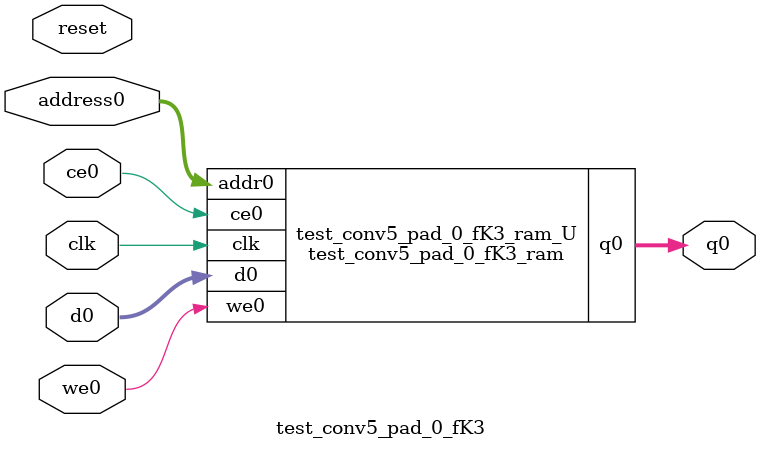
<source format=v>
`timescale 1 ns / 1 ps
module test_conv5_pad_0_fK3_ram (addr0, ce0, d0, we0, q0,  clk);

parameter DWIDTH = 4;
parameter AWIDTH = 9;
parameter MEM_SIZE = 264;

input[AWIDTH-1:0] addr0;
input ce0;
input[DWIDTH-1:0] d0;
input we0;
output reg[DWIDTH-1:0] q0;
input clk;

(* ram_style = "block" *)reg [DWIDTH-1:0] ram[0:MEM_SIZE-1];




always @(posedge clk)  
begin 
    if (ce0) begin
        if (we0) 
            ram[addr0] <= d0; 
        q0 <= ram[addr0];
    end
end


endmodule

`timescale 1 ns / 1 ps
module test_conv5_pad_0_fK3(
    reset,
    clk,
    address0,
    ce0,
    we0,
    d0,
    q0);

parameter DataWidth = 32'd4;
parameter AddressRange = 32'd264;
parameter AddressWidth = 32'd9;
input reset;
input clk;
input[AddressWidth - 1:0] address0;
input ce0;
input we0;
input[DataWidth - 1:0] d0;
output[DataWidth - 1:0] q0;



test_conv5_pad_0_fK3_ram test_conv5_pad_0_fK3_ram_U(
    .clk( clk ),
    .addr0( address0 ),
    .ce0( ce0 ),
    .we0( we0 ),
    .d0( d0 ),
    .q0( q0 ));

endmodule


</source>
